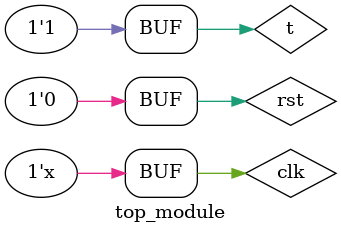
<source format=v>
module top_module ();
    
	reg clk, rst, t;
    wire q;
    
    
    
    tff dut (.clk(clk),
             .reset(rst),
             .t(t), //active-high synchronous reset 
             .q(q));
    
    always #5 clk = ~clk;
    
    initial begin
      clk = 0; rst = 1; t = 0;
      #12 rst = 0; t = 1;    
    end
     
endmodule

</source>
